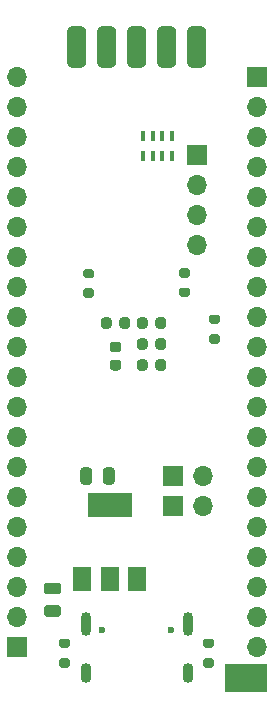
<source format=gbs>
%TF.GenerationSoftware,KiCad,Pcbnew,(5.1.12)-1*%
%TF.CreationDate,2021-12-13T23:08:50+08:00*%
%TF.ProjectId,PCB_EK-Link_Lite_Dev,5043425f-454b-42d4-9c69-6e6b5f4c6974,rev?*%
%TF.SameCoordinates,Original*%
%TF.FileFunction,Soldermask,Bot*%
%TF.FilePolarity,Negative*%
%FSLAX46Y46*%
G04 Gerber Fmt 4.6, Leading zero omitted, Abs format (unit mm)*
G04 Created by KiCad (PCBNEW (5.1.12)-1) date 2021-12-13 23:08:50*
%MOMM*%
%LPD*%
G01*
G04 APERTURE LIST*
%ADD10C,0.100000*%
%ADD11O,1.700000X1.700000*%
%ADD12R,1.700000X1.700000*%
%ADD13R,1.500000X2.000000*%
%ADD14R,3.800000X2.000000*%
%ADD15R,0.400000X0.900000*%
%ADD16C,0.600000*%
%ADD17O,0.900000X1.700000*%
%ADD18O,0.900000X2.000000*%
G04 APERTURE END LIST*
D10*
G36*
X87122000Y-105283000D02*
G01*
X83693000Y-105283000D01*
X83693000Y-102997000D01*
X87122000Y-102997000D01*
X87122000Y-105283000D01*
G37*
X87122000Y-105283000D02*
X83693000Y-105283000D01*
X83693000Y-102997000D01*
X87122000Y-102997000D01*
X87122000Y-105283000D01*
D11*
%TO.C,J4*%
X86360000Y-101600000D03*
X86360000Y-99060000D03*
X86360000Y-96520000D03*
X86360000Y-93980000D03*
X86360000Y-91440000D03*
X86360000Y-88900000D03*
X86360000Y-86360000D03*
X86360000Y-83820000D03*
X86360000Y-81280000D03*
X86360000Y-78740000D03*
X86360000Y-76200000D03*
X86360000Y-73660000D03*
X86360000Y-71120000D03*
X86360000Y-68580000D03*
X86360000Y-66040000D03*
X86360000Y-63500000D03*
X86360000Y-60960000D03*
X86360000Y-58420000D03*
X86360000Y-55880000D03*
D12*
X86360000Y-53340000D03*
%TD*%
D11*
%TO.C,J1*%
X66040000Y-53340000D03*
X66040000Y-55880000D03*
X66040000Y-58420000D03*
X66040000Y-60960000D03*
X66040000Y-63500000D03*
X66040000Y-66040000D03*
X66040000Y-68580000D03*
X66040000Y-71120000D03*
X66040000Y-73660000D03*
X66040000Y-76200000D03*
X66040000Y-78740000D03*
X66040000Y-81280000D03*
X66040000Y-83820000D03*
X66040000Y-86360000D03*
X66040000Y-88900000D03*
X66040000Y-91440000D03*
X66040000Y-93980000D03*
X66040000Y-96520000D03*
X66040000Y-99060000D03*
D12*
X66040000Y-101600000D03*
%TD*%
D13*
%TO.C,U1*%
X76214000Y-95860000D03*
X71614000Y-95860000D03*
X73914000Y-95860000D03*
D14*
X73914000Y-89560000D03*
%TD*%
D15*
%TO.C,RN2*%
X79178000Y-60032000D03*
X78378000Y-60032000D03*
X77578000Y-60032000D03*
X76778000Y-60032000D03*
X79178000Y-58332000D03*
X76778000Y-58332000D03*
X78378000Y-58332000D03*
X77578000Y-58332000D03*
%TD*%
%TO.C,R9*%
G36*
G01*
X83079000Y-74251000D02*
X82529000Y-74251000D01*
G75*
G02*
X82329000Y-74051000I0J200000D01*
G01*
X82329000Y-73651000D01*
G75*
G02*
X82529000Y-73451000I200000J0D01*
G01*
X83079000Y-73451000D01*
G75*
G02*
X83279000Y-73651000I0J-200000D01*
G01*
X83279000Y-74051000D01*
G75*
G02*
X83079000Y-74251000I-200000J0D01*
G01*
G37*
G36*
G01*
X83079000Y-75901000D02*
X82529000Y-75901000D01*
G75*
G02*
X82329000Y-75701000I0J200000D01*
G01*
X82329000Y-75301000D01*
G75*
G02*
X82529000Y-75101000I200000J0D01*
G01*
X83079000Y-75101000D01*
G75*
G02*
X83279000Y-75301000I0J-200000D01*
G01*
X83279000Y-75701000D01*
G75*
G02*
X83079000Y-75901000I-200000J0D01*
G01*
G37*
%TD*%
%TO.C,R8*%
G36*
G01*
X72411000Y-70377000D02*
X71861000Y-70377000D01*
G75*
G02*
X71661000Y-70177000I0J200000D01*
G01*
X71661000Y-69777000D01*
G75*
G02*
X71861000Y-69577000I200000J0D01*
G01*
X72411000Y-69577000D01*
G75*
G02*
X72611000Y-69777000I0J-200000D01*
G01*
X72611000Y-70177000D01*
G75*
G02*
X72411000Y-70377000I-200000J0D01*
G01*
G37*
G36*
G01*
X72411000Y-72027000D02*
X71861000Y-72027000D01*
G75*
G02*
X71661000Y-71827000I0J200000D01*
G01*
X71661000Y-71427000D01*
G75*
G02*
X71861000Y-71227000I200000J0D01*
G01*
X72411000Y-71227000D01*
G75*
G02*
X72611000Y-71427000I0J-200000D01*
G01*
X72611000Y-71827000D01*
G75*
G02*
X72411000Y-72027000I-200000J0D01*
G01*
G37*
%TD*%
%TO.C,R7*%
G36*
G01*
X79989000Y-71164000D02*
X80539000Y-71164000D01*
G75*
G02*
X80739000Y-71364000I0J-200000D01*
G01*
X80739000Y-71764000D01*
G75*
G02*
X80539000Y-71964000I-200000J0D01*
G01*
X79989000Y-71964000D01*
G75*
G02*
X79789000Y-71764000I0J200000D01*
G01*
X79789000Y-71364000D01*
G75*
G02*
X79989000Y-71164000I200000J0D01*
G01*
G37*
G36*
G01*
X79989000Y-69514000D02*
X80539000Y-69514000D01*
G75*
G02*
X80739000Y-69714000I0J-200000D01*
G01*
X80739000Y-70114000D01*
G75*
G02*
X80539000Y-70314000I-200000J0D01*
G01*
X79989000Y-70314000D01*
G75*
G02*
X79789000Y-70114000I0J200000D01*
G01*
X79789000Y-69714000D01*
G75*
G02*
X79989000Y-69514000I200000J0D01*
G01*
G37*
%TD*%
%TO.C,R2*%
G36*
G01*
X69829000Y-102533000D02*
X70379000Y-102533000D01*
G75*
G02*
X70579000Y-102733000I0J-200000D01*
G01*
X70579000Y-103133000D01*
G75*
G02*
X70379000Y-103333000I-200000J0D01*
G01*
X69829000Y-103333000D01*
G75*
G02*
X69629000Y-103133000I0J200000D01*
G01*
X69629000Y-102733000D01*
G75*
G02*
X69829000Y-102533000I200000J0D01*
G01*
G37*
G36*
G01*
X69829000Y-100883000D02*
X70379000Y-100883000D01*
G75*
G02*
X70579000Y-101083000I0J-200000D01*
G01*
X70579000Y-101483000D01*
G75*
G02*
X70379000Y-101683000I-200000J0D01*
G01*
X69829000Y-101683000D01*
G75*
G02*
X69629000Y-101483000I0J200000D01*
G01*
X69629000Y-101083000D01*
G75*
G02*
X69829000Y-100883000I200000J0D01*
G01*
G37*
%TD*%
%TO.C,R1*%
G36*
G01*
X82021000Y-102533000D02*
X82571000Y-102533000D01*
G75*
G02*
X82771000Y-102733000I0J-200000D01*
G01*
X82771000Y-103133000D01*
G75*
G02*
X82571000Y-103333000I-200000J0D01*
G01*
X82021000Y-103333000D01*
G75*
G02*
X81821000Y-103133000I0J200000D01*
G01*
X81821000Y-102733000D01*
G75*
G02*
X82021000Y-102533000I200000J0D01*
G01*
G37*
G36*
G01*
X82021000Y-100883000D02*
X82571000Y-100883000D01*
G75*
G02*
X82771000Y-101083000I0J-200000D01*
G01*
X82771000Y-101483000D01*
G75*
G02*
X82571000Y-101683000I-200000J0D01*
G01*
X82021000Y-101683000D01*
G75*
G02*
X81821000Y-101483000I0J200000D01*
G01*
X81821000Y-101083000D01*
G75*
G02*
X82021000Y-100883000I200000J0D01*
G01*
G37*
%TD*%
D11*
%TO.C,J7*%
X81788000Y-89662000D03*
D12*
X79248000Y-89662000D03*
%TD*%
D11*
%TO.C,J6*%
X81280000Y-67564000D03*
X81280000Y-65024000D03*
X81280000Y-62484000D03*
D12*
X81280000Y-59944000D03*
%TD*%
D11*
%TO.C,J5*%
X81788000Y-87122000D03*
D12*
X79248000Y-87122000D03*
%TD*%
%TO.C,J3*%
G36*
G01*
X70300000Y-52140000D02*
X70300000Y-49460000D01*
G75*
G02*
X70710000Y-49050000I410000J0D01*
G01*
X71530000Y-49050000D01*
G75*
G02*
X71940000Y-49460000I0J-410000D01*
G01*
X71940000Y-52140000D01*
G75*
G02*
X71530000Y-52550000I-410000J0D01*
G01*
X70710000Y-52550000D01*
G75*
G02*
X70300000Y-52140000I0J410000D01*
G01*
G37*
G36*
G01*
X72840000Y-52140000D02*
X72840000Y-49460000D01*
G75*
G02*
X73250000Y-49050000I410000J0D01*
G01*
X74070000Y-49050000D01*
G75*
G02*
X74480000Y-49460000I0J-410000D01*
G01*
X74480000Y-52140000D01*
G75*
G02*
X74070000Y-52550000I-410000J0D01*
G01*
X73250000Y-52550000D01*
G75*
G02*
X72840000Y-52140000I0J410000D01*
G01*
G37*
G36*
G01*
X75380000Y-52140000D02*
X75380000Y-49460000D01*
G75*
G02*
X75790000Y-49050000I410000J0D01*
G01*
X76610000Y-49050000D01*
G75*
G02*
X77020000Y-49460000I0J-410000D01*
G01*
X77020000Y-52140000D01*
G75*
G02*
X76610000Y-52550000I-410000J0D01*
G01*
X75790000Y-52550000D01*
G75*
G02*
X75380000Y-52140000I0J410000D01*
G01*
G37*
G36*
G01*
X77920000Y-52140000D02*
X77920000Y-49460000D01*
G75*
G02*
X78330000Y-49050000I410000J0D01*
G01*
X79150000Y-49050000D01*
G75*
G02*
X79560000Y-49460000I0J-410000D01*
G01*
X79560000Y-52140000D01*
G75*
G02*
X79150000Y-52550000I-410000J0D01*
G01*
X78330000Y-52550000D01*
G75*
G02*
X77920000Y-52140000I0J410000D01*
G01*
G37*
G36*
G01*
X80460000Y-52140000D02*
X80460000Y-49460000D01*
G75*
G02*
X80870000Y-49050000I410000J0D01*
G01*
X81690000Y-49050000D01*
G75*
G02*
X82100000Y-49460000I0J-410000D01*
G01*
X82100000Y-52140000D01*
G75*
G02*
X81690000Y-52550000I-410000J0D01*
G01*
X80870000Y-52550000D01*
G75*
G02*
X80460000Y-52140000I0J410000D01*
G01*
G37*
%TD*%
D16*
%TO.C,J2*%
X73310000Y-100150000D03*
X79090000Y-100150000D03*
D17*
X80520000Y-103840000D03*
X71880000Y-103840000D03*
D18*
X80520000Y-99670000D03*
X71880000Y-99670000D03*
%TD*%
%TO.C,C12*%
G36*
G01*
X77145000Y-75696000D02*
X77145000Y-76196000D01*
G75*
G02*
X76920000Y-76421000I-225000J0D01*
G01*
X76470000Y-76421000D01*
G75*
G02*
X76245000Y-76196000I0J225000D01*
G01*
X76245000Y-75696000D01*
G75*
G02*
X76470000Y-75471000I225000J0D01*
G01*
X76920000Y-75471000D01*
G75*
G02*
X77145000Y-75696000I0J-225000D01*
G01*
G37*
G36*
G01*
X78695000Y-75696000D02*
X78695000Y-76196000D01*
G75*
G02*
X78470000Y-76421000I-225000J0D01*
G01*
X78020000Y-76421000D01*
G75*
G02*
X77795000Y-76196000I0J225000D01*
G01*
X77795000Y-75696000D01*
G75*
G02*
X78020000Y-75471000I225000J0D01*
G01*
X78470000Y-75471000D01*
G75*
G02*
X78695000Y-75696000I0J-225000D01*
G01*
G37*
%TD*%
%TO.C,C11*%
G36*
G01*
X77145000Y-77474000D02*
X77145000Y-77974000D01*
G75*
G02*
X76920000Y-78199000I-225000J0D01*
G01*
X76470000Y-78199000D01*
G75*
G02*
X76245000Y-77974000I0J225000D01*
G01*
X76245000Y-77474000D01*
G75*
G02*
X76470000Y-77249000I225000J0D01*
G01*
X76920000Y-77249000D01*
G75*
G02*
X77145000Y-77474000I0J-225000D01*
G01*
G37*
G36*
G01*
X78695000Y-77474000D02*
X78695000Y-77974000D01*
G75*
G02*
X78470000Y-78199000I-225000J0D01*
G01*
X78020000Y-78199000D01*
G75*
G02*
X77795000Y-77974000I0J225000D01*
G01*
X77795000Y-77474000D01*
G75*
G02*
X78020000Y-77249000I225000J0D01*
G01*
X78470000Y-77249000D01*
G75*
G02*
X78695000Y-77474000I0J-225000D01*
G01*
G37*
%TD*%
%TO.C,C10*%
G36*
G01*
X74747000Y-74418000D02*
X74747000Y-73918000D01*
G75*
G02*
X74972000Y-73693000I225000J0D01*
G01*
X75422000Y-73693000D01*
G75*
G02*
X75647000Y-73918000I0J-225000D01*
G01*
X75647000Y-74418000D01*
G75*
G02*
X75422000Y-74643000I-225000J0D01*
G01*
X74972000Y-74643000D01*
G75*
G02*
X74747000Y-74418000I0J225000D01*
G01*
G37*
G36*
G01*
X73197000Y-74418000D02*
X73197000Y-73918000D01*
G75*
G02*
X73422000Y-73693000I225000J0D01*
G01*
X73872000Y-73693000D01*
G75*
G02*
X74097000Y-73918000I0J-225000D01*
G01*
X74097000Y-74418000D01*
G75*
G02*
X73872000Y-74643000I-225000J0D01*
G01*
X73422000Y-74643000D01*
G75*
G02*
X73197000Y-74418000I0J225000D01*
G01*
G37*
%TD*%
%TO.C,C9*%
G36*
G01*
X74672000Y-76637000D02*
X74172000Y-76637000D01*
G75*
G02*
X73947000Y-76412000I0J225000D01*
G01*
X73947000Y-75962000D01*
G75*
G02*
X74172000Y-75737000I225000J0D01*
G01*
X74672000Y-75737000D01*
G75*
G02*
X74897000Y-75962000I0J-225000D01*
G01*
X74897000Y-76412000D01*
G75*
G02*
X74672000Y-76637000I-225000J0D01*
G01*
G37*
G36*
G01*
X74672000Y-78187000D02*
X74172000Y-78187000D01*
G75*
G02*
X73947000Y-77962000I0J225000D01*
G01*
X73947000Y-77512000D01*
G75*
G02*
X74172000Y-77287000I225000J0D01*
G01*
X74672000Y-77287000D01*
G75*
G02*
X74897000Y-77512000I0J-225000D01*
G01*
X74897000Y-77962000D01*
G75*
G02*
X74672000Y-78187000I-225000J0D01*
G01*
G37*
%TD*%
%TO.C,C8*%
G36*
G01*
X77145000Y-73918000D02*
X77145000Y-74418000D01*
G75*
G02*
X76920000Y-74643000I-225000J0D01*
G01*
X76470000Y-74643000D01*
G75*
G02*
X76245000Y-74418000I0J225000D01*
G01*
X76245000Y-73918000D01*
G75*
G02*
X76470000Y-73693000I225000J0D01*
G01*
X76920000Y-73693000D01*
G75*
G02*
X77145000Y-73918000I0J-225000D01*
G01*
G37*
G36*
G01*
X78695000Y-73918000D02*
X78695000Y-74418000D01*
G75*
G02*
X78470000Y-74643000I-225000J0D01*
G01*
X78020000Y-74643000D01*
G75*
G02*
X77795000Y-74418000I0J225000D01*
G01*
X77795000Y-73918000D01*
G75*
G02*
X78020000Y-73693000I225000J0D01*
G01*
X78470000Y-73693000D01*
G75*
G02*
X78695000Y-73918000I0J-225000D01*
G01*
G37*
%TD*%
%TO.C,C2*%
G36*
G01*
X72448000Y-86647000D02*
X72448000Y-87597000D01*
G75*
G02*
X72198000Y-87847000I-250000J0D01*
G01*
X71698000Y-87847000D01*
G75*
G02*
X71448000Y-87597000I0J250000D01*
G01*
X71448000Y-86647000D01*
G75*
G02*
X71698000Y-86397000I250000J0D01*
G01*
X72198000Y-86397000D01*
G75*
G02*
X72448000Y-86647000I0J-250000D01*
G01*
G37*
G36*
G01*
X74348000Y-86647000D02*
X74348000Y-87597000D01*
G75*
G02*
X74098000Y-87847000I-250000J0D01*
G01*
X73598000Y-87847000D01*
G75*
G02*
X73348000Y-87597000I0J250000D01*
G01*
X73348000Y-86647000D01*
G75*
G02*
X73598000Y-86397000I250000J0D01*
G01*
X74098000Y-86397000D01*
G75*
G02*
X74348000Y-86647000I0J-250000D01*
G01*
G37*
%TD*%
%TO.C,C1*%
G36*
G01*
X68613000Y-98047000D02*
X69563000Y-98047000D01*
G75*
G02*
X69813000Y-98297000I0J-250000D01*
G01*
X69813000Y-98797000D01*
G75*
G02*
X69563000Y-99047000I-250000J0D01*
G01*
X68613000Y-99047000D01*
G75*
G02*
X68363000Y-98797000I0J250000D01*
G01*
X68363000Y-98297000D01*
G75*
G02*
X68613000Y-98047000I250000J0D01*
G01*
G37*
G36*
G01*
X68613000Y-96147000D02*
X69563000Y-96147000D01*
G75*
G02*
X69813000Y-96397000I0J-250000D01*
G01*
X69813000Y-96897000D01*
G75*
G02*
X69563000Y-97147000I-250000J0D01*
G01*
X68613000Y-97147000D01*
G75*
G02*
X68363000Y-96897000I0J250000D01*
G01*
X68363000Y-96397000D01*
G75*
G02*
X68613000Y-96147000I250000J0D01*
G01*
G37*
%TD*%
M02*

</source>
